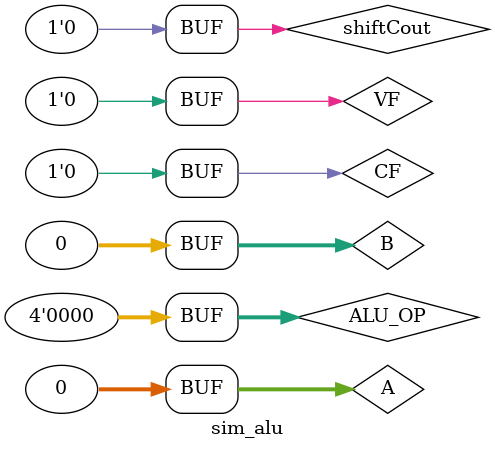
<source format=v>
`timescale  1ns / 1ps

module sim_alu();
    
    // ALU Parameters
    //parameter PERIOD = 10;
    // ALU Inputs
    reg   [31:0]  A     = 0 ;
    reg   [31:0]  B     = 0 ;
    reg   [3:0]  ALU_OP = 0 ;
    reg   CF            = 0 ;
    reg   VF            = 0 ;
    reg   shiftCout     = 0 ;
    // ALU Outputs
    wire  [31:0]  F                            ;
    wire  [3:0]  NZCV                          ;
    ALU  u_ALU (
    .A                       (A          [31:0]),
    .B                       (B          [31:0]),
    .ALU_OP                  (ALU_OP     [3:0]),
    .CF                      (CF),
    .VF                      (VF),
    .shiftCout               (shiftCout),
    
    .F                       (F          [31:0]),
    .NZCV                    (NZCV       [3:0])
    );
    
    
    initial
    begin
        
    end
    
endmodule

</source>
